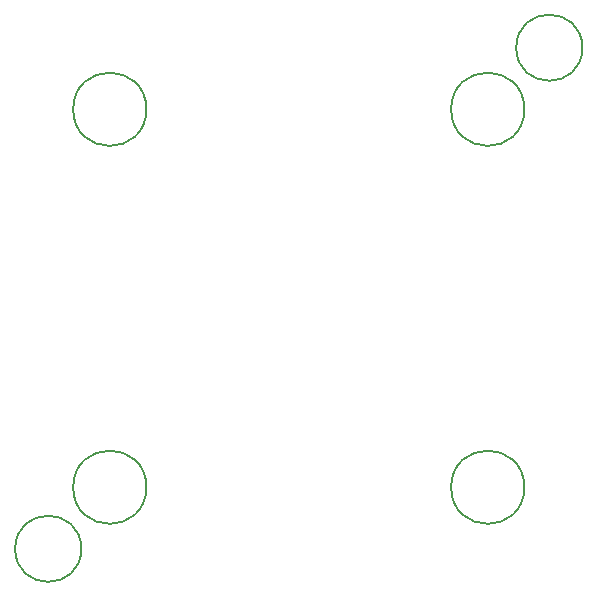
<source format=gbr>
%TF.GenerationSoftware,KiCad,Pcbnew,7.0.8*%
%TF.CreationDate,2023-11-11T22:57:12+01:00*%
%TF.ProjectId,Roborock-CPAP,526f626f-726f-4636-9b2d-435041502e6b,rev?*%
%TF.SameCoordinates,Original*%
%TF.FileFunction,Other,Comment*%
%FSLAX46Y46*%
G04 Gerber Fmt 4.6, Leading zero omitted, Abs format (unit mm)*
G04 Created by KiCad (PCBNEW 7.0.8) date 2023-11-11 22:57:12*
%MOMM*%
%LPD*%
G01*
G04 APERTURE LIST*
%ADD10C,0.150000*%
G04 APERTURE END LIST*
D10*
%TO.C,H2*%
X135636798Y-116263203D02*
G75*
G03*
X135636798Y-116263203I-2800000J0D01*
G01*
%TO.C,H12*%
X173149217Y-79050000D02*
G75*
G03*
X173149217Y-79050000I-3099216J0D01*
G01*
%TO.C,H1*%
X178063204Y-73836797D02*
G75*
G03*
X178063204Y-73836797I-2800000J0D01*
G01*
%TO.C,H14*%
X173149217Y-111050000D02*
G75*
G03*
X173149217Y-111050000I-3099216J0D01*
G01*
%TO.C,H11*%
X141149217Y-79050000D02*
G75*
G03*
X141149217Y-79050000I-3099216J0D01*
G01*
%TO.C,H13*%
X141149217Y-111050000D02*
G75*
G03*
X141149217Y-111050000I-3099216J0D01*
G01*
%TD*%
M02*

</source>
